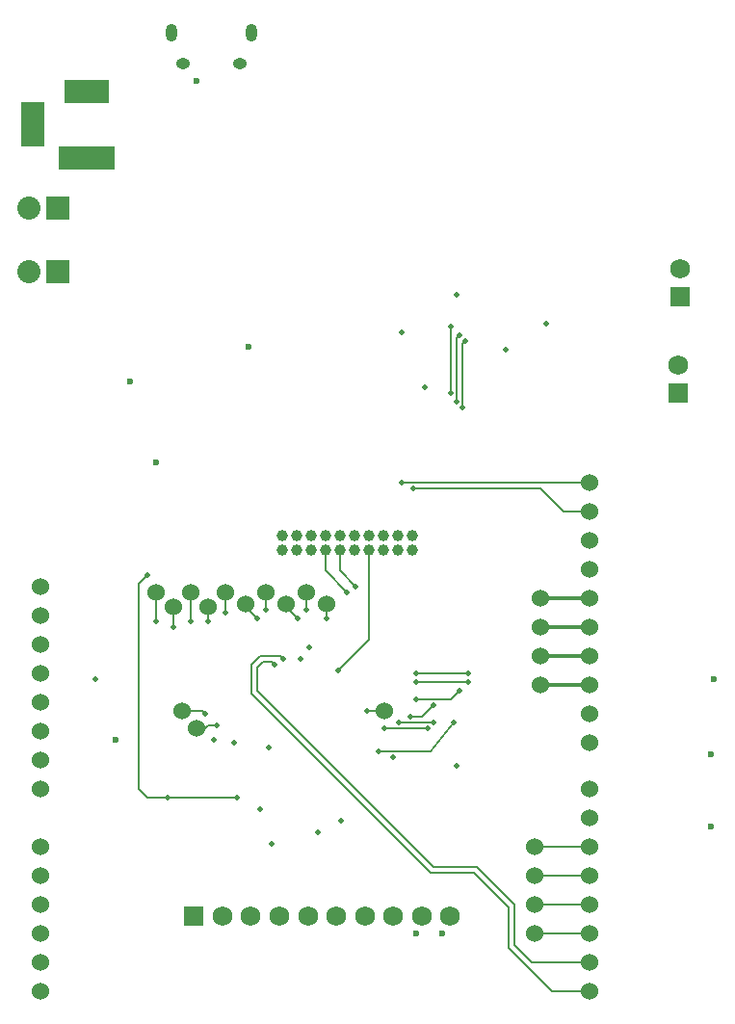
<source format=gbr>
G04 #@! TF.FileFunction,Copper,L4,Bot,Signal*
%FSLAX46Y46*%
G04 Gerber Fmt 4.6, Leading zero omitted, Abs format (unit mm)*
G04 Created by KiCad (PCBNEW 4.0.6) date 10/11/17 14:20:55*
%MOMM*%
%LPD*%
G01*
G04 APERTURE LIST*
%ADD10C,0.100000*%
%ADD11C,1.524000*%
%ADD12R,4.000000X2.000000*%
%ADD13R,5.000000X2.000000*%
%ADD14R,2.000000X4.000000*%
%ADD15O,1.250000X0.950000*%
%ADD16O,1.000000X1.550000*%
%ADD17R,1.750000X1.750000*%
%ADD18C,1.750000*%
%ADD19C,1.000000*%
%ADD20R,2.032000X2.032000*%
%ADD21O,2.032000X2.032000*%
%ADD22C,0.600000*%
%ADD23C,0.500000*%
%ADD24C,0.200000*%
%ADD25C,0.300000*%
G04 APERTURE END LIST*
D10*
D11*
X67818000Y-109728000D03*
X67818000Y-114808000D03*
X67818000Y-117348000D03*
X67818000Y-119888000D03*
X67818000Y-122428000D03*
X67818000Y-124968000D03*
X67818000Y-127508000D03*
X67818000Y-132588000D03*
X67818000Y-135128000D03*
X67818000Y-137668000D03*
X67818000Y-140208000D03*
X67818000Y-142748000D03*
X67818000Y-145288000D03*
X116078000Y-145288000D03*
X116078000Y-142748000D03*
X116078000Y-140208000D03*
X116078000Y-137668000D03*
X116078000Y-135128000D03*
X116078000Y-132588000D03*
X116078000Y-130048000D03*
X116078000Y-127508000D03*
X116078000Y-123444000D03*
X116078000Y-120904000D03*
X116078000Y-118364000D03*
X116078000Y-115824000D03*
X116078000Y-113284000D03*
X116078000Y-110744000D03*
X116078000Y-108204000D03*
X116078000Y-105664000D03*
X116078000Y-103124000D03*
X116078000Y-100584000D03*
X67818000Y-112268000D03*
D12*
X71900000Y-66250000D03*
D13*
X71900000Y-72100000D03*
D14*
X67100000Y-69100000D03*
D15*
X85304900Y-63792540D03*
X80304900Y-63792540D03*
D16*
X86304900Y-61092540D03*
X79304900Y-61092540D03*
D17*
X123850000Y-92760000D03*
D18*
X123850000Y-90260000D03*
D17*
X124050000Y-84310000D03*
D18*
X124050000Y-81810000D03*
D19*
X89027000Y-105283000D03*
X89027000Y-106553000D03*
X90297000Y-105283000D03*
X90297000Y-106553000D03*
X91567000Y-105283000D03*
X91567000Y-106553000D03*
X92837000Y-105283000D03*
X92837000Y-106553000D03*
X94107000Y-105283000D03*
X94107000Y-106553000D03*
X95377000Y-105283000D03*
X95377000Y-106553000D03*
X96647000Y-105283000D03*
X96647000Y-106553000D03*
X97917000Y-105283000D03*
X97917000Y-106553000D03*
X99187000Y-105283000D03*
X99187000Y-106553000D03*
X100457000Y-105283000D03*
X100457000Y-106553000D03*
D17*
X81300000Y-138700000D03*
D18*
X83800000Y-138700000D03*
X86300000Y-138700000D03*
X88800000Y-138700000D03*
X91300000Y-138700000D03*
X93800000Y-138700000D03*
X96300000Y-138700000D03*
X98800000Y-138700000D03*
X101300000Y-138700000D03*
X103800000Y-138700000D03*
D11*
X98044000Y-120650000D03*
X111252000Y-140208000D03*
X111252000Y-137668000D03*
X111760000Y-118364000D03*
X111760000Y-115824000D03*
X111760000Y-113284000D03*
X111760000Y-110744000D03*
X111252000Y-135128000D03*
X111252000Y-132588000D03*
X87630000Y-110236000D03*
X85852000Y-111252000D03*
X84074000Y-110236000D03*
X82550000Y-111506000D03*
X81026000Y-110236000D03*
X79502000Y-111506000D03*
X92964000Y-111252000D03*
X91186000Y-110236000D03*
X89408000Y-111252000D03*
X80264000Y-120650000D03*
X81534000Y-122174000D03*
X77978000Y-110236000D03*
D20*
X69342000Y-82042000D03*
D21*
X66802000Y-82042000D03*
D20*
X69342000Y-76454000D03*
D21*
X66802000Y-76454000D03*
D22*
X77978000Y-98806000D03*
X74422000Y-123190000D03*
D23*
X108712000Y-88900000D03*
D22*
X81534000Y-65278000D03*
X86106000Y-88646000D03*
D23*
X104394000Y-84074000D03*
X101600000Y-92202000D03*
X112268000Y-86614000D03*
X83058000Y-123190000D03*
X91440000Y-115062000D03*
X72644000Y-117856000D03*
X92202000Y-131318000D03*
X88138000Y-132334000D03*
X87843750Y-123868750D03*
X104394000Y-125476000D03*
D22*
X103124000Y-140208000D03*
X126746000Y-130810000D03*
X126746000Y-124460000D03*
X127000000Y-117856000D03*
D23*
X98806000Y-124714000D03*
D22*
X75692000Y-91694000D03*
D23*
X99568000Y-87376000D03*
X84836000Y-123444000D03*
X90678000Y-116078000D03*
X94234000Y-130302000D03*
X87122000Y-129286000D03*
D22*
X100838000Y-140208000D03*
D23*
X96520000Y-120650000D03*
X105410000Y-118110000D03*
X100838000Y-118110000D03*
X105410000Y-117348000D03*
X100838000Y-117348000D03*
X77978000Y-112776000D03*
X89154000Y-116078000D03*
X88392000Y-116586000D03*
X77216000Y-108712000D03*
X85090000Y-128270000D03*
X78994000Y-128270000D03*
X100838000Y-119634000D03*
X104648000Y-118872000D03*
X104140000Y-121666000D03*
X97536000Y-124206000D03*
X98044000Y-122174000D03*
X101854000Y-122174000D03*
X99314000Y-121666000D03*
X102362000Y-121666000D03*
X104902000Y-93980000D03*
X105156000Y-88138000D03*
X100330000Y-121158000D03*
X102362000Y-120142000D03*
X104394000Y-93472000D03*
X104648000Y-87630000D03*
X103886000Y-92710000D03*
X103886000Y-86868000D03*
X95504000Y-109728000D03*
X94742000Y-110236000D03*
X93980000Y-117094000D03*
X100584000Y-101092000D03*
X99568000Y-100584000D03*
X87630000Y-111760000D03*
X86868000Y-112522000D03*
X84074000Y-112014000D03*
X82550000Y-112776000D03*
X81026000Y-112776000D03*
X79502000Y-113284000D03*
X92964000Y-112522000D03*
X91186000Y-111760000D03*
X90424000Y-112522000D03*
X82296000Y-120904000D03*
X83312000Y-121920000D03*
D24*
X96520000Y-120650000D02*
X98044000Y-120650000D01*
X100838000Y-118110000D02*
X105410000Y-118110000D01*
X100838000Y-117348000D02*
X105410000Y-117348000D01*
X77978000Y-112776000D02*
X77978000Y-110236000D01*
X112776000Y-145288000D02*
X116078000Y-145288000D01*
X111252000Y-143764000D02*
X112776000Y-145288000D01*
X108966000Y-141478000D02*
X111252000Y-143764000D01*
X108966000Y-137922000D02*
X108966000Y-141478000D01*
X105918000Y-134874000D02*
X108966000Y-137922000D01*
X102108000Y-134874000D02*
X105918000Y-134874000D01*
X86360000Y-119126000D02*
X102108000Y-134874000D01*
X86360000Y-116586000D02*
X86360000Y-119126000D01*
X87122000Y-115824000D02*
X86360000Y-116586000D01*
X88900000Y-115824000D02*
X87122000Y-115824000D01*
X89154000Y-116078000D02*
X88900000Y-115824000D01*
X110998000Y-142748000D02*
X116078000Y-142748000D01*
X109474000Y-141224000D02*
X110998000Y-142748000D01*
X109474000Y-137668000D02*
X109474000Y-141224000D01*
X106172000Y-134366000D02*
X109474000Y-137668000D01*
X102362000Y-134366000D02*
X106172000Y-134366000D01*
X86868000Y-118872000D02*
X102362000Y-134366000D01*
X86868000Y-116840000D02*
X86868000Y-118872000D01*
X87376000Y-116332000D02*
X86868000Y-116840000D01*
X88138000Y-116332000D02*
X87376000Y-116332000D01*
X88392000Y-116586000D02*
X88138000Y-116332000D01*
X78994000Y-128270000D02*
X77216000Y-128270000D01*
X77216000Y-128270000D02*
X76454000Y-127508000D01*
X76454000Y-127508000D02*
X76454000Y-109474000D01*
X76454000Y-109474000D02*
X77216000Y-108712000D01*
X85090000Y-128270000D02*
X78994000Y-128270000D01*
X103886000Y-119634000D02*
X100838000Y-119634000D01*
X104648000Y-118872000D02*
X103886000Y-119634000D01*
X102108000Y-124206000D02*
X97536000Y-124206000D01*
X102108000Y-124206000D02*
X104140000Y-121666000D01*
X101854000Y-122174000D02*
X98044000Y-122174000D01*
X102362000Y-121666000D02*
X99314000Y-121666000D01*
X104902000Y-88392000D02*
X104902000Y-93980000D01*
X105156000Y-88138000D02*
X104902000Y-88392000D01*
X101346000Y-121158000D02*
X100330000Y-121158000D01*
X102362000Y-120142000D02*
X101346000Y-121158000D01*
X104394000Y-87884000D02*
X104394000Y-93472000D01*
X104648000Y-87630000D02*
X104394000Y-87884000D01*
X103886000Y-86868000D02*
X103886000Y-92710000D01*
X94107000Y-108331000D02*
X94107000Y-106553000D01*
X95504000Y-109728000D02*
X94107000Y-108331000D01*
X92837000Y-108331000D02*
X92837000Y-106553000D01*
X94742000Y-110236000D02*
X92837000Y-108331000D01*
X96647000Y-114427000D02*
X96647000Y-106553000D01*
X93980000Y-117094000D02*
X96647000Y-114427000D01*
D25*
X111760000Y-118364000D02*
X116078000Y-118364000D01*
X111760000Y-115824000D02*
X116078000Y-115824000D01*
X111760000Y-113284000D02*
X116078000Y-113284000D01*
X111760000Y-110744000D02*
X116078000Y-110744000D01*
D24*
X113792000Y-103124000D02*
X116078000Y-103124000D01*
X111760000Y-101092000D02*
X113792000Y-103124000D01*
X100584000Y-101092000D02*
X111760000Y-101092000D01*
X99568000Y-100584000D02*
X116078000Y-100584000D01*
X87630000Y-111760000D02*
X87630000Y-110236000D01*
X86868000Y-112522000D02*
X85852000Y-111506000D01*
X85852000Y-111506000D02*
X85852000Y-111252000D01*
X84074000Y-112014000D02*
X84074000Y-110236000D01*
X82550000Y-112776000D02*
X82550000Y-111506000D01*
X81026000Y-112776000D02*
X81026000Y-110236000D01*
X79502000Y-113284000D02*
X79502000Y-111506000D01*
X92964000Y-112522000D02*
X92964000Y-111252000D01*
X91186000Y-111760000D02*
X91186000Y-110236000D01*
X90424000Y-112522000D02*
X89408000Y-111506000D01*
X89408000Y-111506000D02*
X89408000Y-111252000D01*
X82042000Y-120650000D02*
X80264000Y-120650000D01*
X82296000Y-120904000D02*
X82042000Y-120650000D01*
X82550000Y-121920000D02*
X82296000Y-122174000D01*
X83312000Y-121920000D02*
X82550000Y-121920000D01*
X82296000Y-122174000D02*
X81534000Y-122174000D01*
X111252000Y-140208000D02*
X116078000Y-140208000D01*
X114046000Y-140208000D02*
X111252000Y-140208000D01*
X111252000Y-137668000D02*
X116078000Y-137668000D01*
X111252000Y-135128000D02*
X116078000Y-135128000D01*
X111252000Y-132588000D02*
X116078000Y-132588000D01*
M02*

</source>
